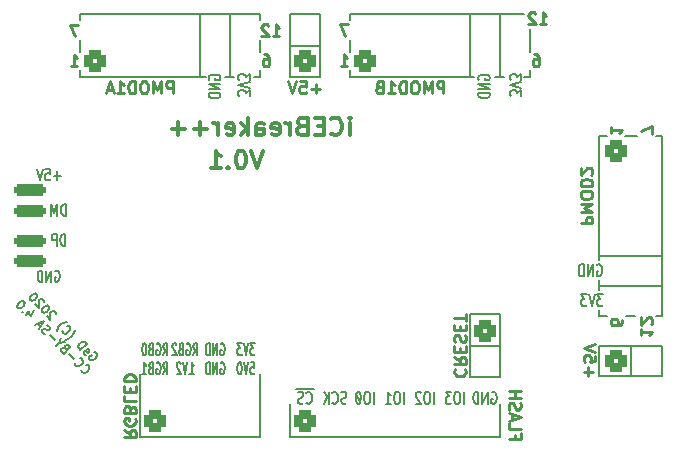
<source format=gbo>
G04 #@! TF.GenerationSoftware,KiCad,Pcbnew,(5.99.0-7519-ga8269b6380)*
G04 #@! TF.CreationDate,2020-12-12T14:20:42-08:00*
G04 #@! TF.ProjectId,icebreaker++,69636562-7265-4616-9b65-722b2b2e6b69,V0.1*
G04 #@! TF.SameCoordinates,PX1c9c380PY3ef1480*
G04 #@! TF.FileFunction,Legend,Bot*
G04 #@! TF.FilePolarity,Positive*
%FSLAX46Y46*%
G04 Gerber Fmt 4.6, Leading zero omitted, Abs format (unit mm)*
G04 Created by KiCad (PCBNEW (5.99.0-7519-ga8269b6380)) date 2020-12-12 14:20:42*
%MOMM*%
%LPD*%
G01*
G04 APERTURE LIST*
G04 Aperture macros list*
%AMRoundRect*
0 Rectangle with rounded corners*
0 $1 Rounding radius*
0 $2 $3 $4 $5 $6 $7 $8 $9 X,Y pos of 4 corners*
0 Add a 4 corners polygon primitive as box body*
4,1,4,$2,$3,$4,$5,$6,$7,$8,$9,$2,$3,0*
0 Add four circle primitives for the rounded corners*
1,1,$1+$1,$2,$3,0*
1,1,$1+$1,$4,$5,0*
1,1,$1+$1,$6,$7,0*
1,1,$1+$1,$8,$9,0*
0 Add four rect primitives between the rounded corners*
20,1,$1+$1,$2,$3,$4,$5,0*
20,1,$1+$1,$4,$5,$6,$7,0*
20,1,$1+$1,$6,$7,$8,$9,0*
20,1,$1+$1,$8,$9,$2,$3,0*%
G04 Aperture macros list end*
%ADD10C,0.200000*%
%ADD11C,0.250000*%
%ADD12C,0.300000*%
%ADD13C,0.187500*%
%ADD14C,0.150000*%
%ADD15C,0.175000*%
%ADD16RoundRect,0.365440X0.548160X-0.548160X0.548160X0.548160X-0.548160X0.548160X-0.548160X-0.548160X0*%
%ADD17O,1.827200X1.827200*%
%ADD18C,1.827200*%
%ADD19RoundRect,0.365440X0.548160X0.548160X-0.548160X0.548160X-0.548160X-0.548160X0.548160X-0.548160X0*%
%ADD20C,3.300000*%
%ADD21RoundRect,0.360000X0.540000X-0.540000X0.540000X0.540000X-0.540000X0.540000X-0.540000X-0.540000X0*%
%ADD22O,1.800000X1.800000*%
%ADD23RoundRect,0.360000X-0.540000X-0.540000X0.540000X-0.540000X0.540000X0.540000X-0.540000X0.540000X0*%
%ADD24RoundRect,0.360000X-0.540000X0.540000X-0.540000X-0.540000X0.540000X-0.540000X0.540000X0.540000X0*%
%ADD25C,0.750000*%
%ADD26O,1.700000X1.100000*%
%ADD27O,2.200000X1.100000*%
%ADD28RoundRect,0.275000X-1.100000X-0.275000X1.100000X-0.275000X1.100000X0.275000X-1.100000X0.275000X0*%
G04 APERTURE END LIST*
D10*
X6050000Y34248000D02*
X6050000Y33232000D01*
X28910000Y34248000D02*
X28910000Y33232000D01*
X39070000Y36407000D02*
X28910000Y36407000D01*
X28910000Y31708000D02*
X28910000Y31073000D01*
X39070000Y36407000D02*
X41610000Y36407000D01*
X39070000Y36407000D02*
X39070000Y31073000D01*
X41610000Y36407000D02*
X43642000Y36407000D01*
X28910000Y31073000D02*
X39451000Y31073000D01*
X44150000Y35137000D02*
X44150000Y33232000D01*
X41610000Y36407000D02*
X41610000Y31073000D01*
X43642000Y31073000D02*
X44150000Y31073000D01*
X28910000Y36407000D02*
X28910000Y35899000D01*
X23830000Y31073000D02*
X26370000Y31073000D01*
X23829999Y36407000D02*
X23830000Y31073000D01*
X26370000Y36407000D02*
X26370000Y31073000D01*
X23829999Y36407000D02*
X26370000Y36407000D01*
X50023000Y8340000D02*
X55357000Y8340000D01*
X50023000Y5799999D02*
X55357000Y5800000D01*
X50023000Y5799999D02*
X50023000Y8340000D01*
X55357000Y5800000D02*
X55357000Y8340000D01*
X55357000Y15960000D02*
X55357000Y26120000D01*
X55357000Y26120000D02*
X54849000Y26120000D01*
X50658000Y26120000D02*
X50023000Y26120000D01*
X55357000Y15960000D02*
X50023000Y15960000D01*
X53198000Y26120000D02*
X52182000Y26120000D01*
X55357000Y15960000D02*
X55357000Y13420000D01*
X50023000Y26120000D02*
X50023000Y15579000D01*
X55357000Y13420000D02*
X50023000Y13420000D01*
X55357000Y13420000D02*
X55357000Y10880000D01*
X50023000Y11388000D02*
X50023000Y10880000D01*
X41610001Y5673000D02*
X39070000Y5673000D01*
X41610001Y5673000D02*
X41610000Y11007000D01*
X39070000Y8340000D02*
X41610000Y8340000D01*
X39070000Y5673000D02*
X39069999Y11007000D01*
X41610000Y11007000D02*
X39069999Y11007000D01*
X21290000Y5927000D02*
X21290000Y593000D01*
X11130000Y593000D02*
X21290000Y593000D01*
X41610000Y593000D02*
X41610000Y3387000D01*
X23830000Y592999D02*
X23830000Y3387000D01*
X41610000Y593000D02*
X23830000Y592999D01*
X50023000Y13928000D02*
X50023000Y13039000D01*
X18750000Y36407000D02*
X21290000Y36407000D01*
X21290000Y36407000D02*
X21290000Y35899000D01*
X11130000Y593000D02*
X11130000Y5927000D01*
X52309000Y10880000D02*
X53071000Y10880000D01*
X16210000Y36407000D02*
X16210000Y31073000D01*
X21290000Y34248000D02*
X21290000Y33232000D01*
X18369000Y31073000D02*
X19131000Y31073000D01*
X16210000Y36407000D02*
X6050000Y36407000D01*
X20782000Y31073000D02*
X21290000Y31073000D01*
X6050000Y36407000D02*
X6050000Y35899000D01*
X6050000Y31073000D02*
X16718000Y31073000D01*
X55357000Y10880000D02*
X54849000Y10880000D01*
X16210000Y36407000D02*
X18750000Y36407000D01*
X23830000Y33740000D02*
X26370000Y33740000D01*
X21290000Y31073000D02*
X21290000Y31708000D01*
X6050000Y31708000D02*
X6050000Y31073000D01*
X50023000Y10880000D02*
X50658000Y10880000D01*
X41229000Y31073000D02*
X41991000Y31073000D01*
X29800000Y3700000D02*
X29450000Y4200000D01*
X52690000Y8340000D02*
X52690000Y5800000D01*
X44150000Y31073000D02*
X44150000Y31708000D01*
X18750000Y36407000D02*
X18750000Y31073000D01*
D11*
X13891904Y29731620D02*
X13891904Y30731620D01*
X13510952Y30731620D01*
X13415714Y30684000D01*
X13368095Y30636381D01*
X13320476Y30541143D01*
X13320476Y30398286D01*
X13368095Y30303048D01*
X13415714Y30255429D01*
X13510952Y30207810D01*
X13891904Y30207810D01*
X12891904Y29731620D02*
X12891904Y30731620D01*
X12558571Y30017334D01*
X12225238Y30731620D01*
X12225238Y29731620D01*
X11558571Y30731620D02*
X11368095Y30731620D01*
X11272857Y30684000D01*
X11177619Y30588762D01*
X11130000Y30398286D01*
X11130000Y30064953D01*
X11177619Y29874477D01*
X11272857Y29779239D01*
X11368095Y29731620D01*
X11558571Y29731620D01*
X11653809Y29779239D01*
X11749047Y29874477D01*
X11796666Y30064953D01*
X11796666Y30398286D01*
X11749047Y30588762D01*
X11653809Y30684000D01*
X11558571Y30731620D01*
X10701428Y29731620D02*
X10701428Y30731620D01*
X10463333Y30731620D01*
X10320476Y30684000D01*
X10225238Y30588762D01*
X10177619Y30493524D01*
X10130000Y30303048D01*
X10130000Y30160191D01*
X10177619Y29969715D01*
X10225238Y29874477D01*
X10320476Y29779239D01*
X10463333Y29731620D01*
X10701428Y29731620D01*
X9177619Y29731620D02*
X9749047Y29731620D01*
X9463333Y29731620D02*
X9463333Y30731620D01*
X9558571Y30588762D01*
X9653809Y30493524D01*
X9749047Y30445905D01*
X8796666Y30017334D02*
X8320476Y30017334D01*
X8891904Y29731620D02*
X8558571Y30731620D01*
X8225238Y29731620D01*
X36823333Y29731620D02*
X36823333Y30731620D01*
X36442380Y30731620D01*
X36347142Y30684000D01*
X36299523Y30636381D01*
X36251904Y30541143D01*
X36251904Y30398286D01*
X36299523Y30303048D01*
X36347142Y30255429D01*
X36442380Y30207810D01*
X36823333Y30207810D01*
X35823333Y29731620D02*
X35823333Y30731620D01*
X35490000Y30017334D01*
X35156666Y30731620D01*
X35156666Y29731620D01*
X34490000Y30731620D02*
X34299523Y30731620D01*
X34204285Y30684000D01*
X34109047Y30588762D01*
X34061428Y30398286D01*
X34061428Y30064953D01*
X34109047Y29874477D01*
X34204285Y29779239D01*
X34299523Y29731620D01*
X34490000Y29731620D01*
X34585238Y29779239D01*
X34680476Y29874477D01*
X34728095Y30064953D01*
X34728095Y30398286D01*
X34680476Y30588762D01*
X34585238Y30684000D01*
X34490000Y30731620D01*
X33632857Y29731620D02*
X33632857Y30731620D01*
X33394761Y30731620D01*
X33251904Y30684000D01*
X33156666Y30588762D01*
X33109047Y30493524D01*
X33061428Y30303048D01*
X33061428Y30160191D01*
X33109047Y29969715D01*
X33156666Y29874477D01*
X33251904Y29779239D01*
X33394761Y29731620D01*
X33632857Y29731620D01*
X32109047Y29731620D02*
X32680476Y29731620D01*
X32394761Y29731620D02*
X32394761Y30731620D01*
X32490000Y30588762D01*
X32585238Y30493524D01*
X32680476Y30445905D01*
X31347142Y30255429D02*
X31204285Y30207810D01*
X31156666Y30160191D01*
X31109047Y30064953D01*
X31109047Y29922096D01*
X31156666Y29826858D01*
X31204285Y29779239D01*
X31299523Y29731620D01*
X31680476Y29731620D01*
X31680476Y30731620D01*
X31347142Y30731620D01*
X31251904Y30684000D01*
X31204285Y30636381D01*
X31156666Y30541143D01*
X31156666Y30445905D01*
X31204285Y30350667D01*
X31251904Y30303048D01*
X31347142Y30255429D01*
X31680476Y30255429D01*
X48427619Y18706667D02*
X49427619Y18706667D01*
X49427619Y19087620D01*
X49380000Y19182858D01*
X49332380Y19230477D01*
X49237142Y19278096D01*
X49094285Y19278096D01*
X48999047Y19230477D01*
X48951428Y19182858D01*
X48903809Y19087620D01*
X48903809Y18706667D01*
X48427619Y19706667D02*
X49427619Y19706667D01*
X48713333Y20040000D01*
X49427619Y20373334D01*
X48427619Y20373334D01*
X49427619Y21040000D02*
X49427619Y21230477D01*
X49380000Y21325715D01*
X49284761Y21420953D01*
X49094285Y21468572D01*
X48760952Y21468572D01*
X48570476Y21420953D01*
X48475238Y21325715D01*
X48427619Y21230477D01*
X48427619Y21040000D01*
X48475238Y20944762D01*
X48570476Y20849524D01*
X48760952Y20801905D01*
X49094285Y20801905D01*
X49284761Y20849524D01*
X49380000Y20944762D01*
X49427619Y21040000D01*
X48427619Y21897143D02*
X49427619Y21897143D01*
X49427619Y22135239D01*
X49380000Y22278096D01*
X49284761Y22373334D01*
X49189523Y22420953D01*
X48999047Y22468572D01*
X48856190Y22468572D01*
X48665714Y22420953D01*
X48570476Y22373334D01*
X48475238Y22278096D01*
X48427619Y22135239D01*
X48427619Y21897143D01*
X49332380Y22849524D02*
X49380000Y22897143D01*
X49427619Y22992381D01*
X49427619Y23230477D01*
X49380000Y23325715D01*
X49332380Y23373334D01*
X49237142Y23420953D01*
X49141904Y23420953D01*
X48999047Y23373334D01*
X48427619Y22801905D01*
X48427619Y23420953D01*
X9788619Y1212381D02*
X10264809Y879048D01*
X9788619Y640953D02*
X10788619Y640953D01*
X10788619Y1021905D01*
X10741000Y1117143D01*
X10693380Y1164762D01*
X10598142Y1212381D01*
X10455285Y1212381D01*
X10360047Y1164762D01*
X10312428Y1117143D01*
X10264809Y1021905D01*
X10264809Y640953D01*
X10741000Y2164762D02*
X10788619Y2069524D01*
X10788619Y1926667D01*
X10741000Y1783810D01*
X10645761Y1688572D01*
X10550523Y1640953D01*
X10360047Y1593334D01*
X10217190Y1593334D01*
X10026714Y1640953D01*
X9931476Y1688572D01*
X9836238Y1783810D01*
X9788619Y1926667D01*
X9788619Y2021905D01*
X9836238Y2164762D01*
X9883857Y2212381D01*
X10217190Y2212381D01*
X10217190Y2021905D01*
X10312428Y2974286D02*
X10264809Y3117143D01*
X10217190Y3164762D01*
X10121952Y3212381D01*
X9979095Y3212381D01*
X9883857Y3164762D01*
X9836238Y3117143D01*
X9788619Y3021905D01*
X9788619Y2640953D01*
X10788619Y2640953D01*
X10788619Y2974286D01*
X10741000Y3069524D01*
X10693380Y3117143D01*
X10598142Y3164762D01*
X10502904Y3164762D01*
X10407666Y3117143D01*
X10360047Y3069524D01*
X10312428Y2974286D01*
X10312428Y2640953D01*
X9788619Y4117143D02*
X9788619Y3640953D01*
X10788619Y3640953D01*
X10312428Y4450477D02*
X10312428Y4783810D01*
X9788619Y4926667D02*
X9788619Y4450477D01*
X10788619Y4450477D01*
X10788619Y4926667D01*
X9788619Y5355239D02*
X10788619Y5355239D01*
X10788619Y5593334D01*
X10741000Y5736191D01*
X10645761Y5831429D01*
X10550523Y5879048D01*
X10360047Y5926667D01*
X10217190Y5926667D01*
X10026714Y5879048D01*
X9931476Y5831429D01*
X9836238Y5736191D01*
X9788619Y5593334D01*
X9788619Y5355239D01*
X42871428Y809524D02*
X42871428Y476191D01*
X42347619Y476191D02*
X43347619Y476191D01*
X43347619Y952381D01*
X42347619Y1809524D02*
X42347619Y1333334D01*
X43347619Y1333334D01*
X42633333Y2095239D02*
X42633333Y2571429D01*
X42347619Y2000000D02*
X43347619Y2333334D01*
X42347619Y2666667D01*
X42395238Y2952381D02*
X42347619Y3095239D01*
X42347619Y3333334D01*
X42395238Y3428572D01*
X42442857Y3476191D01*
X42538095Y3523810D01*
X42633333Y3523810D01*
X42728571Y3476191D01*
X42776190Y3428572D01*
X42823809Y3333334D01*
X42871428Y3142858D01*
X42919047Y3047620D01*
X42966666Y3000000D01*
X43061904Y2952381D01*
X43157142Y2952381D01*
X43252380Y3000000D01*
X43300000Y3047620D01*
X43347619Y3142858D01*
X43347619Y3380953D01*
X43300000Y3523810D01*
X42347619Y3952381D02*
X43347619Y3952381D01*
X42871428Y3952381D02*
X42871428Y4523810D01*
X42347619Y4523810D02*
X43347619Y4523810D01*
X49062571Y5784286D02*
X49062571Y6546191D01*
X48681619Y6165239D02*
X49443523Y6165239D01*
X49681619Y7498572D02*
X49681619Y7022381D01*
X49205428Y6974762D01*
X49253047Y7022381D01*
X49300666Y7117620D01*
X49300666Y7355715D01*
X49253047Y7450953D01*
X49205428Y7498572D01*
X49110190Y7546191D01*
X48872095Y7546191D01*
X48776857Y7498572D01*
X48729238Y7450953D01*
X48681619Y7355715D01*
X48681619Y7117620D01*
X48729238Y7022381D01*
X48776857Y6974762D01*
X49681619Y7831905D02*
X48681619Y8165239D01*
X49681619Y8498572D01*
X26385714Y30112572D02*
X25623809Y30112572D01*
X26004761Y29731620D02*
X26004761Y30493524D01*
X24671428Y30731620D02*
X25147619Y30731620D01*
X25195238Y30255429D01*
X25147619Y30303048D01*
X25052380Y30350667D01*
X24814285Y30350667D01*
X24719047Y30303048D01*
X24671428Y30255429D01*
X24623809Y30160191D01*
X24623809Y29922096D01*
X24671428Y29826858D01*
X24719047Y29779239D01*
X24814285Y29731620D01*
X25052380Y29731620D01*
X25147619Y29779239D01*
X25195238Y29826858D01*
X24338095Y30731620D02*
X24004761Y29731620D01*
X23671428Y30731620D01*
D12*
X28885714Y26171429D02*
X28885714Y27171429D01*
X28885714Y27671429D02*
X28957142Y27600000D01*
X28885714Y27528572D01*
X28814285Y27600000D01*
X28885714Y27671429D01*
X28885714Y27528572D01*
X27314285Y26314286D02*
X27385714Y26242858D01*
X27600000Y26171429D01*
X27742857Y26171429D01*
X27957142Y26242858D01*
X28100000Y26385715D01*
X28171428Y26528572D01*
X28242857Y26814286D01*
X28242857Y27028572D01*
X28171428Y27314286D01*
X28100000Y27457143D01*
X27957142Y27600000D01*
X27742857Y27671429D01*
X27600000Y27671429D01*
X27385714Y27600000D01*
X27314285Y27528572D01*
X26671428Y26957143D02*
X26171428Y26957143D01*
X25957142Y26171429D02*
X26671428Y26171429D01*
X26671428Y27671429D01*
X25957142Y27671429D01*
X24814285Y26957143D02*
X24600000Y26885715D01*
X24528571Y26814286D01*
X24457142Y26671429D01*
X24457142Y26457143D01*
X24528571Y26314286D01*
X24600000Y26242858D01*
X24742857Y26171429D01*
X25314285Y26171429D01*
X25314285Y27671429D01*
X24814285Y27671429D01*
X24671428Y27600000D01*
X24600000Y27528572D01*
X24528571Y27385715D01*
X24528571Y27242858D01*
X24600000Y27100000D01*
X24671428Y27028572D01*
X24814285Y26957143D01*
X25314285Y26957143D01*
X23814285Y26171429D02*
X23814285Y27171429D01*
X23814285Y26885715D02*
X23742857Y27028572D01*
X23671428Y27100000D01*
X23528571Y27171429D01*
X23385714Y27171429D01*
X22314285Y26242858D02*
X22457142Y26171429D01*
X22742857Y26171429D01*
X22885714Y26242858D01*
X22957142Y26385715D01*
X22957142Y26957143D01*
X22885714Y27100000D01*
X22742857Y27171429D01*
X22457142Y27171429D01*
X22314285Y27100000D01*
X22242857Y26957143D01*
X22242857Y26814286D01*
X22957142Y26671429D01*
X20957142Y26171429D02*
X20957142Y26957143D01*
X21028571Y27100000D01*
X21171428Y27171429D01*
X21457142Y27171429D01*
X21600000Y27100000D01*
X20957142Y26242858D02*
X21100000Y26171429D01*
X21457142Y26171429D01*
X21600000Y26242858D01*
X21671428Y26385715D01*
X21671428Y26528572D01*
X21600000Y26671429D01*
X21457142Y26742858D01*
X21100000Y26742858D01*
X20957142Y26814286D01*
X20242857Y26171429D02*
X20242857Y27671429D01*
X20100000Y26742858D02*
X19671428Y26171429D01*
X19671428Y27171429D02*
X20242857Y26600000D01*
X18457142Y26242858D02*
X18600000Y26171429D01*
X18885714Y26171429D01*
X19028571Y26242858D01*
X19100000Y26385715D01*
X19100000Y26957143D01*
X19028571Y27100000D01*
X18885714Y27171429D01*
X18600000Y27171429D01*
X18457142Y27100000D01*
X18385714Y26957143D01*
X18385714Y26814286D01*
X19100000Y26671429D01*
X17742857Y26171429D02*
X17742857Y27171429D01*
X17742857Y26885715D02*
X17671428Y27028572D01*
X17600000Y27100000D01*
X17457142Y27171429D01*
X17314285Y27171429D01*
X16814285Y26742858D02*
X15671428Y26742858D01*
X16242857Y26171429D02*
X16242857Y27314286D01*
X14957142Y26742858D02*
X13814285Y26742858D01*
X14385714Y26171429D02*
X14385714Y27314286D01*
X21535714Y24871429D02*
X21035714Y23371429D01*
X20535714Y24871429D01*
X19750000Y24871429D02*
X19607142Y24871429D01*
X19464285Y24800000D01*
X19392857Y24728572D01*
X19321428Y24585715D01*
X19250000Y24300000D01*
X19250000Y23942858D01*
X19321428Y23657143D01*
X19392857Y23514286D01*
X19464285Y23442858D01*
X19607142Y23371429D01*
X19750000Y23371429D01*
X19892857Y23442858D01*
X19964285Y23514286D01*
X20035714Y23657143D01*
X20107142Y23942858D01*
X20107142Y24300000D01*
X20035714Y24585715D01*
X19964285Y24728572D01*
X19892857Y24800000D01*
X19750000Y24871429D01*
X18607142Y23514286D02*
X18535714Y23442858D01*
X18607142Y23371429D01*
X18678571Y23442858D01*
X18607142Y23514286D01*
X18607142Y23371429D01*
X17107142Y23371429D02*
X17964285Y23371429D01*
X17535714Y23371429D02*
X17535714Y24871429D01*
X17678571Y24657143D01*
X17821428Y24514286D01*
X17964285Y24442858D01*
D13*
X40911428Y4395000D02*
X40982857Y4442620D01*
X41090000Y4442620D01*
X41197142Y4395000D01*
X41268571Y4299762D01*
X41304285Y4204524D01*
X41340000Y4014048D01*
X41340000Y3871191D01*
X41304285Y3680715D01*
X41268571Y3585477D01*
X41197142Y3490239D01*
X41090000Y3442620D01*
X41018571Y3442620D01*
X40911428Y3490239D01*
X40875714Y3537858D01*
X40875714Y3871191D01*
X41018571Y3871191D01*
X40554285Y3442620D02*
X40554285Y4442620D01*
X40125714Y3442620D01*
X40125714Y4442620D01*
X39768571Y3442620D02*
X39768571Y4442620D01*
X39590000Y4442620D01*
X39482857Y4395000D01*
X39411428Y4299762D01*
X39375714Y4204524D01*
X39340000Y4014048D01*
X39340000Y3871191D01*
X39375714Y3680715D01*
X39411428Y3585477D01*
X39482857Y3490239D01*
X39590000Y3442620D01*
X39768571Y3442620D01*
X38550000Y3442620D02*
X38550000Y4442620D01*
X38050000Y4442620D02*
X37907142Y4442620D01*
X37835714Y4395000D01*
X37764285Y4299762D01*
X37728571Y4109286D01*
X37728571Y3775953D01*
X37764285Y3585477D01*
X37835714Y3490239D01*
X37907142Y3442620D01*
X38050000Y3442620D01*
X38121428Y3490239D01*
X38192857Y3585477D01*
X38228571Y3775953D01*
X38228571Y4109286D01*
X38192857Y4299762D01*
X38121428Y4395000D01*
X38050000Y4442620D01*
X37478571Y4442620D02*
X37014285Y4442620D01*
X37264285Y4061667D01*
X37157142Y4061667D01*
X37085714Y4014048D01*
X37050000Y3966429D01*
X37014285Y3871191D01*
X37014285Y3633096D01*
X37050000Y3537858D01*
X37085714Y3490239D01*
X37157142Y3442620D01*
X37371428Y3442620D01*
X37442857Y3490239D01*
X37478571Y3537858D01*
X36010000Y3442620D02*
X36010000Y4442620D01*
X35510000Y4442620D02*
X35367142Y4442620D01*
X35295714Y4395000D01*
X35224285Y4299762D01*
X35188571Y4109286D01*
X35188571Y3775953D01*
X35224285Y3585477D01*
X35295714Y3490239D01*
X35367142Y3442620D01*
X35510000Y3442620D01*
X35581428Y3490239D01*
X35652857Y3585477D01*
X35688571Y3775953D01*
X35688571Y4109286D01*
X35652857Y4299762D01*
X35581428Y4395000D01*
X35510000Y4442620D01*
X34902857Y4347381D02*
X34867142Y4395000D01*
X34795714Y4442620D01*
X34617142Y4442620D01*
X34545714Y4395000D01*
X34510000Y4347381D01*
X34474285Y4252143D01*
X34474285Y4156905D01*
X34510000Y4014048D01*
X34938571Y3442620D01*
X34474285Y3442620D01*
X33470000Y3442620D02*
X33470000Y4442620D01*
X32970000Y4442620D02*
X32827142Y4442620D01*
X32755714Y4395000D01*
X32684285Y4299762D01*
X32648571Y4109286D01*
X32648571Y3775953D01*
X32684285Y3585477D01*
X32755714Y3490239D01*
X32827142Y3442620D01*
X32970000Y3442620D01*
X33041428Y3490239D01*
X33112857Y3585477D01*
X33148571Y3775953D01*
X33148571Y4109286D01*
X33112857Y4299762D01*
X33041428Y4395000D01*
X32970000Y4442620D01*
X31934285Y3442620D02*
X32362857Y3442620D01*
X32148571Y3442620D02*
X32148571Y4442620D01*
X32220000Y4299762D01*
X32291428Y4204524D01*
X32362857Y4156905D01*
X30930000Y3442620D02*
X30930000Y4442620D01*
X30430000Y4442620D02*
X30287142Y4442620D01*
X30215714Y4395000D01*
X30144285Y4299762D01*
X30108571Y4109286D01*
X30108571Y3775953D01*
X30144285Y3585477D01*
X30215714Y3490239D01*
X30287142Y3442620D01*
X30430000Y3442620D01*
X30501428Y3490239D01*
X30572857Y3585477D01*
X30608571Y3775953D01*
X30608571Y4109286D01*
X30572857Y4299762D01*
X30501428Y4395000D01*
X30430000Y4442620D01*
X29644285Y4442620D02*
X29572857Y4442620D01*
X29501428Y4395000D01*
X29465714Y4347381D01*
X29430000Y4252143D01*
X29394285Y4061667D01*
X29394285Y3823572D01*
X29430000Y3633096D01*
X29465714Y3537858D01*
X29501428Y3490239D01*
X29572857Y3442620D01*
X29644285Y3442620D01*
X29715714Y3490239D01*
X29751428Y3537858D01*
X29787142Y3633096D01*
X29822857Y3823572D01*
X29822857Y4061667D01*
X29787142Y4252143D01*
X29751428Y4347381D01*
X29715714Y4395000D01*
X29644285Y4442620D01*
X28604285Y3490239D02*
X28497142Y3442620D01*
X28318571Y3442620D01*
X28247142Y3490239D01*
X28211428Y3537858D01*
X28175714Y3633096D01*
X28175714Y3728334D01*
X28211428Y3823572D01*
X28247142Y3871191D01*
X28318571Y3918810D01*
X28461428Y3966429D01*
X28532857Y4014048D01*
X28568571Y4061667D01*
X28604285Y4156905D01*
X28604285Y4252143D01*
X28568571Y4347381D01*
X28532857Y4395000D01*
X28461428Y4442620D01*
X28282857Y4442620D01*
X28175714Y4395000D01*
X27425714Y3537858D02*
X27461428Y3490239D01*
X27568571Y3442620D01*
X27640000Y3442620D01*
X27747142Y3490239D01*
X27818571Y3585477D01*
X27854285Y3680715D01*
X27890000Y3871191D01*
X27890000Y4014048D01*
X27854285Y4204524D01*
X27818571Y4299762D01*
X27747142Y4395000D01*
X27640000Y4442620D01*
X27568571Y4442620D01*
X27461428Y4395000D01*
X27425714Y4347381D01*
X27104285Y3442620D02*
X27104285Y4442620D01*
X26675714Y3442620D02*
X26997142Y4014048D01*
X26675714Y4442620D02*
X27104285Y3871191D01*
X25832142Y4725000D02*
X25082142Y4725000D01*
X25225000Y3537858D02*
X25260714Y3490239D01*
X25367857Y3442620D01*
X25439285Y3442620D01*
X25546428Y3490239D01*
X25617857Y3585477D01*
X25653571Y3680715D01*
X25689285Y3871191D01*
X25689285Y4014048D01*
X25653571Y4204524D01*
X25617857Y4299762D01*
X25546428Y4395000D01*
X25439285Y4442620D01*
X25367857Y4442620D01*
X25260714Y4395000D01*
X25225000Y4347381D01*
X25082142Y4725000D02*
X24367857Y4725000D01*
X24939285Y3490239D02*
X24832142Y3442620D01*
X24653571Y3442620D01*
X24582142Y3490239D01*
X24546428Y3537858D01*
X24510714Y3633096D01*
X24510714Y3728334D01*
X24546428Y3823572D01*
X24582142Y3871191D01*
X24653571Y3918810D01*
X24796428Y3966429D01*
X24867857Y4014048D01*
X24903571Y4061667D01*
X24939285Y4156905D01*
X24939285Y4252143D01*
X24903571Y4347381D01*
X24867857Y4395000D01*
X24796428Y4442620D01*
X24617857Y4442620D01*
X24510714Y4395000D01*
D14*
X20842857Y8552620D02*
X20471428Y8552620D01*
X20671428Y8171667D01*
X20585714Y8171667D01*
X20528571Y8124048D01*
X20500000Y8076429D01*
X20471428Y7981191D01*
X20471428Y7743096D01*
X20500000Y7647858D01*
X20528571Y7600239D01*
X20585714Y7552620D01*
X20757142Y7552620D01*
X20814285Y7600239D01*
X20842857Y7647858D01*
X20300000Y8552620D02*
X20100000Y7552620D01*
X19900000Y8552620D01*
X19757142Y8552620D02*
X19385714Y8552620D01*
X19585714Y8171667D01*
X19500000Y8171667D01*
X19442857Y8124048D01*
X19414285Y8076429D01*
X19385714Y7981191D01*
X19385714Y7743096D01*
X19414285Y7647858D01*
X19442857Y7600239D01*
X19500000Y7552620D01*
X19671428Y7552620D01*
X19728571Y7600239D01*
X19757142Y7647858D01*
X20500000Y6942620D02*
X20785714Y6942620D01*
X20814285Y6466429D01*
X20785714Y6514048D01*
X20728571Y6561667D01*
X20585714Y6561667D01*
X20528571Y6514048D01*
X20500000Y6466429D01*
X20471428Y6371191D01*
X20471428Y6133096D01*
X20500000Y6037858D01*
X20528571Y5990239D01*
X20585714Y5942620D01*
X20728571Y5942620D01*
X20785714Y5990239D01*
X20814285Y6037858D01*
X20300000Y6942620D02*
X20100000Y5942620D01*
X19900000Y6942620D01*
X19585714Y6942620D02*
X19528571Y6942620D01*
X19471428Y6895000D01*
X19442857Y6847381D01*
X19414285Y6752143D01*
X19385714Y6561667D01*
X19385714Y6323572D01*
X19414285Y6133096D01*
X19442857Y6037858D01*
X19471428Y5990239D01*
X19528571Y5942620D01*
X19585714Y5942620D01*
X19642857Y5990239D01*
X19671428Y6037858D01*
X19700000Y6133096D01*
X19728571Y6323572D01*
X19728571Y6561667D01*
X19700000Y6752143D01*
X19671428Y6847381D01*
X19642857Y6895000D01*
X19585714Y6942620D01*
X17957142Y8505000D02*
X18014285Y8552620D01*
X18100000Y8552620D01*
X18185714Y8505000D01*
X18242857Y8409762D01*
X18271428Y8314524D01*
X18300000Y8124048D01*
X18300000Y7981191D01*
X18271428Y7790715D01*
X18242857Y7695477D01*
X18185714Y7600239D01*
X18100000Y7552620D01*
X18042857Y7552620D01*
X17957142Y7600239D01*
X17928571Y7647858D01*
X17928571Y7981191D01*
X18042857Y7981191D01*
X17671428Y7552620D02*
X17671428Y8552620D01*
X17328571Y7552620D01*
X17328571Y8552620D01*
X17042857Y7552620D02*
X17042857Y8552620D01*
X16900000Y8552620D01*
X16814285Y8505000D01*
X16757142Y8409762D01*
X16728571Y8314524D01*
X16700000Y8124048D01*
X16700000Y7981191D01*
X16728571Y7790715D01*
X16757142Y7695477D01*
X16814285Y7600239D01*
X16900000Y7552620D01*
X17042857Y7552620D01*
X17957142Y6895000D02*
X18014285Y6942620D01*
X18100000Y6942620D01*
X18185714Y6895000D01*
X18242857Y6799762D01*
X18271428Y6704524D01*
X18300000Y6514048D01*
X18300000Y6371191D01*
X18271428Y6180715D01*
X18242857Y6085477D01*
X18185714Y5990239D01*
X18100000Y5942620D01*
X18042857Y5942620D01*
X17957142Y5990239D01*
X17928571Y6037858D01*
X17928571Y6371191D01*
X18042857Y6371191D01*
X17671428Y5942620D02*
X17671428Y6942620D01*
X17328571Y5942620D01*
X17328571Y6942620D01*
X17042857Y5942620D02*
X17042857Y6942620D01*
X16900000Y6942620D01*
X16814285Y6895000D01*
X16757142Y6799762D01*
X16728571Y6704524D01*
X16700000Y6514048D01*
X16700000Y6371191D01*
X16728571Y6180715D01*
X16757142Y6085477D01*
X16814285Y5990239D01*
X16900000Y5942620D01*
X17042857Y5942620D01*
X15650000Y7552620D02*
X15850000Y8028810D01*
X15992857Y7552620D02*
X15992857Y8552620D01*
X15764285Y8552620D01*
X15707142Y8505000D01*
X15678571Y8457381D01*
X15650000Y8362143D01*
X15650000Y8219286D01*
X15678571Y8124048D01*
X15707142Y8076429D01*
X15764285Y8028810D01*
X15992857Y8028810D01*
X15078571Y8505000D02*
X15135714Y8552620D01*
X15221428Y8552620D01*
X15307142Y8505000D01*
X15364285Y8409762D01*
X15392857Y8314524D01*
X15421428Y8124048D01*
X15421428Y7981191D01*
X15392857Y7790715D01*
X15364285Y7695477D01*
X15307142Y7600239D01*
X15221428Y7552620D01*
X15164285Y7552620D01*
X15078571Y7600239D01*
X15050000Y7647858D01*
X15050000Y7981191D01*
X15164285Y7981191D01*
X14592857Y8076429D02*
X14507142Y8028810D01*
X14478571Y7981191D01*
X14450000Y7885953D01*
X14450000Y7743096D01*
X14478571Y7647858D01*
X14507142Y7600239D01*
X14564285Y7552620D01*
X14792857Y7552620D01*
X14792857Y8552620D01*
X14592857Y8552620D01*
X14535714Y8505000D01*
X14507142Y8457381D01*
X14478571Y8362143D01*
X14478571Y8266905D01*
X14507142Y8171667D01*
X14535714Y8124048D01*
X14592857Y8076429D01*
X14792857Y8076429D01*
X14221428Y8457381D02*
X14192857Y8505000D01*
X14135714Y8552620D01*
X13992857Y8552620D01*
X13935714Y8505000D01*
X13907142Y8457381D01*
X13878571Y8362143D01*
X13878571Y8266905D01*
X13907142Y8124048D01*
X14250000Y7552620D01*
X13878571Y7552620D01*
X15321428Y5942620D02*
X15664285Y5942620D01*
X15492857Y5942620D02*
X15492857Y6942620D01*
X15550000Y6799762D01*
X15607142Y6704524D01*
X15664285Y6656905D01*
X15150000Y6942620D02*
X14950000Y5942620D01*
X14750000Y6942620D01*
X14578571Y6847381D02*
X14550000Y6895000D01*
X14492857Y6942620D01*
X14350000Y6942620D01*
X14292857Y6895000D01*
X14264285Y6847381D01*
X14235714Y6752143D01*
X14235714Y6656905D01*
X14264285Y6514048D01*
X14607142Y5942620D01*
X14235714Y5942620D01*
D13*
X4414285Y22728572D02*
X3842857Y22728572D01*
X4128571Y22347620D02*
X4128571Y23109524D01*
X3128571Y23347620D02*
X3485714Y23347620D01*
X3521428Y22871429D01*
X3485714Y22919048D01*
X3414285Y22966667D01*
X3235714Y22966667D01*
X3164285Y22919048D01*
X3128571Y22871429D01*
X3092857Y22776191D01*
X3092857Y22538096D01*
X3128571Y22442858D01*
X3164285Y22395239D01*
X3235714Y22347620D01*
X3414285Y22347620D01*
X3485714Y22395239D01*
X3521428Y22442858D01*
X2878571Y23347620D02*
X2628571Y22347620D01*
X2378571Y23347620D01*
X4875000Y19347620D02*
X4875000Y20347620D01*
X4696428Y20347620D01*
X4589285Y20300000D01*
X4517857Y20204762D01*
X4482142Y20109524D01*
X4446428Y19919048D01*
X4446428Y19776191D01*
X4482142Y19585715D01*
X4517857Y19490477D01*
X4589285Y19395239D01*
X4696428Y19347620D01*
X4875000Y19347620D01*
X4125000Y19347620D02*
X4125000Y20347620D01*
X3875000Y19633334D01*
X3625000Y20347620D01*
X3625000Y19347620D01*
X4821428Y16797620D02*
X4821428Y17797620D01*
X4642857Y17797620D01*
X4535714Y17750000D01*
X4464285Y17654762D01*
X4428571Y17559524D01*
X4392857Y17369048D01*
X4392857Y17226191D01*
X4428571Y17035715D01*
X4464285Y16940477D01*
X4535714Y16845239D01*
X4642857Y16797620D01*
X4821428Y16797620D01*
X4071428Y16797620D02*
X4071428Y17797620D01*
X3785714Y17797620D01*
X3714285Y17750000D01*
X3678571Y17702381D01*
X3642857Y17607143D01*
X3642857Y17464286D01*
X3678571Y17369048D01*
X3714285Y17321429D01*
X3785714Y17273810D01*
X4071428Y17273810D01*
D15*
X3933333Y14650000D02*
X4000000Y14692858D01*
X4100000Y14692858D01*
X4200000Y14650000D01*
X4266666Y14564286D01*
X4300000Y14478572D01*
X4333333Y14307143D01*
X4333333Y14178572D01*
X4300000Y14007143D01*
X4266666Y13921429D01*
X4200000Y13835715D01*
X4100000Y13792858D01*
X4033333Y13792858D01*
X3933333Y13835715D01*
X3900000Y13878572D01*
X3900000Y14178572D01*
X4033333Y14178572D01*
X3600000Y13792858D02*
X3600000Y14692858D01*
X3200000Y13792858D01*
X3200000Y14692858D01*
X2866666Y13792858D02*
X2866666Y14692858D01*
X2700000Y14692858D01*
X2600000Y14650000D01*
X2533333Y14564286D01*
X2500000Y14478572D01*
X2466666Y14307143D01*
X2466666Y14178572D01*
X2500000Y14007143D01*
X2533333Y13921429D01*
X2600000Y13835715D01*
X2700000Y13792858D01*
X2866666Y13792858D01*
D11*
X5264285Y31997620D02*
X5835714Y31997620D01*
X5550000Y31997620D02*
X5550000Y32997620D01*
X5645238Y32854762D01*
X5740476Y32759524D01*
X5835714Y32711905D01*
X21607523Y33017620D02*
X21798000Y33017620D01*
X21893238Y32970000D01*
X21940857Y32922381D01*
X22036095Y32779524D01*
X22083714Y32589048D01*
X22083714Y32208096D01*
X22036095Y32112858D01*
X21988476Y32065239D01*
X21893238Y32017620D01*
X21702761Y32017620D01*
X21607523Y32065239D01*
X21559904Y32112858D01*
X21512285Y32208096D01*
X21512285Y32446191D01*
X21559904Y32541429D01*
X21607523Y32589048D01*
X21702761Y32636667D01*
X21893238Y32636667D01*
X21988476Y32589048D01*
X22036095Y32541429D01*
X22083714Y32446191D01*
X5883333Y35547620D02*
X5216666Y35547620D01*
X5645238Y34547620D01*
X44467523Y33017620D02*
X44658000Y33017620D01*
X44753238Y32970000D01*
X44800857Y32922381D01*
X44896095Y32779524D01*
X44943714Y32589048D01*
X44943714Y32208096D01*
X44896095Y32112858D01*
X44848476Y32065239D01*
X44753238Y32017620D01*
X44562761Y32017620D01*
X44467523Y32065239D01*
X44419904Y32112858D01*
X44372285Y32208096D01*
X44372285Y32446191D01*
X44419904Y32541429D01*
X44467523Y32589048D01*
X44562761Y32636667D01*
X44753238Y32636667D01*
X44848476Y32589048D01*
X44896095Y32541429D01*
X44943714Y32446191D01*
X28735333Y35557620D02*
X28068666Y35557620D01*
X28497238Y34557620D01*
X28116285Y32017620D02*
X28687714Y32017620D01*
X28402000Y32017620D02*
X28402000Y33017620D01*
X28497238Y32874762D01*
X28592476Y32779524D01*
X28687714Y32731905D01*
X44975476Y35573620D02*
X45546904Y35573620D01*
X45261190Y35573620D02*
X45261190Y36573620D01*
X45356428Y36430762D01*
X45451666Y36335524D01*
X45546904Y36287905D01*
X44594523Y36478381D02*
X44546904Y36526000D01*
X44451666Y36573620D01*
X44213571Y36573620D01*
X44118333Y36526000D01*
X44070714Y36478381D01*
X44023095Y36383143D01*
X44023095Y36287905D01*
X44070714Y36145048D01*
X44642142Y35573620D01*
X44023095Y35573620D01*
D13*
X43427619Y29509429D02*
X43427619Y29973715D01*
X43046666Y29723715D01*
X43046666Y29830858D01*
X42999047Y29902286D01*
X42951428Y29938000D01*
X42856190Y29973715D01*
X42618095Y29973715D01*
X42522857Y29938000D01*
X42475238Y29902286D01*
X42427619Y29830858D01*
X42427619Y29616572D01*
X42475238Y29545143D01*
X42522857Y29509429D01*
X43427619Y30188000D02*
X42427619Y30438000D01*
X43427619Y30688000D01*
X43427619Y30866572D02*
X43427619Y31330858D01*
X43046666Y31080858D01*
X43046666Y31188000D01*
X42999047Y31259429D01*
X42951428Y31295143D01*
X42856190Y31330858D01*
X42618095Y31330858D01*
X42522857Y31295143D01*
X42475238Y31259429D01*
X42427619Y31188000D01*
X42427619Y30973715D01*
X42475238Y30902286D01*
X42522857Y30866572D01*
D11*
X50967619Y26913715D02*
X50967619Y26342286D01*
X50967619Y26628000D02*
X51967619Y26628000D01*
X51824761Y26532762D01*
X51729523Y26437524D01*
X51681904Y26342286D01*
X54507619Y26294667D02*
X54507619Y26961334D01*
X53507619Y26532762D01*
D13*
X49832428Y15190000D02*
X49903857Y15237620D01*
X50011000Y15237620D01*
X50118142Y15190000D01*
X50189571Y15094762D01*
X50225285Y14999524D01*
X50261000Y14809048D01*
X50261000Y14666191D01*
X50225285Y14475715D01*
X50189571Y14380477D01*
X50118142Y14285239D01*
X50011000Y14237620D01*
X49939571Y14237620D01*
X49832428Y14285239D01*
X49796714Y14332858D01*
X49796714Y14666191D01*
X49939571Y14666191D01*
X49475285Y14237620D02*
X49475285Y15237620D01*
X49046714Y14237620D01*
X49046714Y15237620D01*
X48689571Y14237620D02*
X48689571Y15237620D01*
X48511000Y15237620D01*
X48403857Y15190000D01*
X48332428Y15094762D01*
X48296714Y14999524D01*
X48261000Y14809048D01*
X48261000Y14666191D01*
X48296714Y14475715D01*
X48332428Y14380477D01*
X48403857Y14285239D01*
X48511000Y14237620D01*
X48689571Y14237620D01*
X50316571Y12697620D02*
X49852285Y12697620D01*
X50102285Y12316667D01*
X49995142Y12316667D01*
X49923714Y12269048D01*
X49888000Y12221429D01*
X49852285Y12126191D01*
X49852285Y11888096D01*
X49888000Y11792858D01*
X49923714Y11745239D01*
X49995142Y11697620D01*
X50209428Y11697620D01*
X50280857Y11745239D01*
X50316571Y11792858D01*
X49638000Y12697620D02*
X49388000Y11697620D01*
X49138000Y12697620D01*
X48959428Y12697620D02*
X48495142Y12697620D01*
X48745142Y12316667D01*
X48638000Y12316667D01*
X48566571Y12269048D01*
X48530857Y12221429D01*
X48495142Y12126191D01*
X48495142Y11888096D01*
X48530857Y11792858D01*
X48566571Y11745239D01*
X48638000Y11697620D01*
X48852285Y11697620D01*
X48923714Y11745239D01*
X48959428Y11792858D01*
X16980000Y30882429D02*
X16932380Y30953858D01*
X16932380Y31061000D01*
X16980000Y31168143D01*
X17075238Y31239572D01*
X17170476Y31275286D01*
X17360952Y31311000D01*
X17503809Y31311000D01*
X17694285Y31275286D01*
X17789523Y31239572D01*
X17884761Y31168143D01*
X17932380Y31061000D01*
X17932380Y30989572D01*
X17884761Y30882429D01*
X17837142Y30846715D01*
X17503809Y30846715D01*
X17503809Y30989572D01*
X17932380Y30525286D02*
X16932380Y30525286D01*
X17932380Y30096715D01*
X16932380Y30096715D01*
X17932380Y29739572D02*
X16932380Y29739572D01*
X16932380Y29561000D01*
X16980000Y29453858D01*
X17075238Y29382429D01*
X17170476Y29346715D01*
X17360952Y29311000D01*
X17503809Y29311000D01*
X17694285Y29346715D01*
X17789523Y29382429D01*
X17884761Y29453858D01*
X17932380Y29561000D01*
X17932380Y29739572D01*
D11*
X22369476Y34557620D02*
X22940904Y34557620D01*
X22655190Y34557620D02*
X22655190Y35557620D01*
X22750428Y35414762D01*
X22845666Y35319524D01*
X22940904Y35271905D01*
X21988523Y35462381D02*
X21940904Y35510000D01*
X21845666Y35557620D01*
X21607571Y35557620D01*
X21512333Y35510000D01*
X21464714Y35462381D01*
X21417095Y35367143D01*
X21417095Y35271905D01*
X21464714Y35129048D01*
X22036142Y34557620D01*
X21417095Y34557620D01*
X53507619Y9800524D02*
X53507619Y9229096D01*
X53507619Y9514810D02*
X54507619Y9514810D01*
X54364761Y9419572D01*
X54269523Y9324334D01*
X54221904Y9229096D01*
X54412380Y10181477D02*
X54460000Y10229096D01*
X54507619Y10324334D01*
X54507619Y10562429D01*
X54460000Y10657667D01*
X54412380Y10705286D01*
X54317142Y10752905D01*
X54221904Y10752905D01*
X54079047Y10705286D01*
X53507619Y10133858D01*
X53507619Y10752905D01*
X51967619Y10562477D02*
X51967619Y10372000D01*
X51920000Y10276762D01*
X51872380Y10229143D01*
X51729523Y10133905D01*
X51539047Y10086286D01*
X51158095Y10086286D01*
X51062857Y10133905D01*
X51015238Y10181524D01*
X50967619Y10276762D01*
X50967619Y10467239D01*
X51015238Y10562477D01*
X51062857Y10610096D01*
X51158095Y10657715D01*
X51396190Y10657715D01*
X51491428Y10610096D01*
X51539047Y10562477D01*
X51586666Y10467239D01*
X51586666Y10276762D01*
X51539047Y10181524D01*
X51491428Y10133905D01*
X51396190Y10086286D01*
D14*
X13100000Y7552620D02*
X13300000Y8028810D01*
X13442857Y7552620D02*
X13442857Y8552620D01*
X13214285Y8552620D01*
X13157142Y8505000D01*
X13128571Y8457381D01*
X13100000Y8362143D01*
X13100000Y8219286D01*
X13128571Y8124048D01*
X13157142Y8076429D01*
X13214285Y8028810D01*
X13442857Y8028810D01*
X12528571Y8505000D02*
X12585714Y8552620D01*
X12671428Y8552620D01*
X12757142Y8505000D01*
X12814285Y8409762D01*
X12842857Y8314524D01*
X12871428Y8124048D01*
X12871428Y7981191D01*
X12842857Y7790715D01*
X12814285Y7695477D01*
X12757142Y7600239D01*
X12671428Y7552620D01*
X12614285Y7552620D01*
X12528571Y7600239D01*
X12500000Y7647858D01*
X12500000Y7981191D01*
X12614285Y7981191D01*
X12042857Y8076429D02*
X11957142Y8028810D01*
X11928571Y7981191D01*
X11900000Y7885953D01*
X11900000Y7743096D01*
X11928571Y7647858D01*
X11957142Y7600239D01*
X12014285Y7552620D01*
X12242857Y7552620D01*
X12242857Y8552620D01*
X12042857Y8552620D01*
X11985714Y8505000D01*
X11957142Y8457381D01*
X11928571Y8362143D01*
X11928571Y8266905D01*
X11957142Y8171667D01*
X11985714Y8124048D01*
X12042857Y8076429D01*
X12242857Y8076429D01*
X11528571Y8552620D02*
X11471428Y8552620D01*
X11414285Y8505000D01*
X11385714Y8457381D01*
X11357142Y8362143D01*
X11328571Y8171667D01*
X11328571Y7933572D01*
X11357142Y7743096D01*
X11385714Y7647858D01*
X11414285Y7600239D01*
X11471428Y7552620D01*
X11528571Y7552620D01*
X11585714Y7600239D01*
X11614285Y7647858D01*
X11642857Y7743096D01*
X11671428Y7933572D01*
X11671428Y8171667D01*
X11642857Y8362143D01*
X11614285Y8457381D01*
X11585714Y8505000D01*
X11528571Y8552620D01*
X13100000Y5942620D02*
X13300000Y6418810D01*
X13442857Y5942620D02*
X13442857Y6942620D01*
X13214285Y6942620D01*
X13157142Y6895000D01*
X13128571Y6847381D01*
X13100000Y6752143D01*
X13100000Y6609286D01*
X13128571Y6514048D01*
X13157142Y6466429D01*
X13214285Y6418810D01*
X13442857Y6418810D01*
X12528571Y6895000D02*
X12585714Y6942620D01*
X12671428Y6942620D01*
X12757142Y6895000D01*
X12814285Y6799762D01*
X12842857Y6704524D01*
X12871428Y6514048D01*
X12871428Y6371191D01*
X12842857Y6180715D01*
X12814285Y6085477D01*
X12757142Y5990239D01*
X12671428Y5942620D01*
X12614285Y5942620D01*
X12528571Y5990239D01*
X12500000Y6037858D01*
X12500000Y6371191D01*
X12614285Y6371191D01*
X12042857Y6466429D02*
X11957142Y6418810D01*
X11928571Y6371191D01*
X11900000Y6275953D01*
X11900000Y6133096D01*
X11928571Y6037858D01*
X11957142Y5990239D01*
X12014285Y5942620D01*
X12242857Y5942620D01*
X12242857Y6942620D01*
X12042857Y6942620D01*
X11985714Y6895000D01*
X11957142Y6847381D01*
X11928571Y6752143D01*
X11928571Y6656905D01*
X11957142Y6561667D01*
X11985714Y6514048D01*
X12042857Y6466429D01*
X12242857Y6466429D01*
X11328571Y5942620D02*
X11671428Y5942620D01*
X11500000Y5942620D02*
X11500000Y6942620D01*
X11557142Y6799762D01*
X11614285Y6704524D01*
X11671428Y6656905D01*
D13*
X39800000Y30882429D02*
X39752380Y30953858D01*
X39752380Y31061000D01*
X39800000Y31168143D01*
X39895238Y31239572D01*
X39990476Y31275286D01*
X40180952Y31311000D01*
X40323809Y31311000D01*
X40514285Y31275286D01*
X40609523Y31239572D01*
X40704761Y31168143D01*
X40752380Y31061000D01*
X40752380Y30989572D01*
X40704761Y30882429D01*
X40657142Y30846715D01*
X40323809Y30846715D01*
X40323809Y30989572D01*
X40752380Y30525286D02*
X39752380Y30525286D01*
X40752380Y30096715D01*
X39752380Y30096715D01*
X40752380Y29739572D02*
X39752380Y29739572D01*
X39752380Y29561000D01*
X39800000Y29453858D01*
X39895238Y29382429D01*
X39990476Y29346715D01*
X40180952Y29311000D01*
X40323809Y29311000D01*
X40514285Y29346715D01*
X40609523Y29382429D01*
X40704761Y29453858D01*
X40752380Y29561000D01*
X40752380Y29739572D01*
D11*
X37823857Y6387620D02*
X37776238Y6340000D01*
X37728619Y6197143D01*
X37728619Y6101905D01*
X37776238Y5959048D01*
X37871476Y5863810D01*
X37966714Y5816191D01*
X38157190Y5768572D01*
X38300047Y5768572D01*
X38490523Y5816191D01*
X38585761Y5863810D01*
X38681000Y5959048D01*
X38728619Y6101905D01*
X38728619Y6197143D01*
X38681000Y6340000D01*
X38633380Y6387620D01*
X37728619Y7387620D02*
X38204809Y7054286D01*
X37728619Y6816191D02*
X38728619Y6816191D01*
X38728619Y7197143D01*
X38681000Y7292381D01*
X38633380Y7340000D01*
X38538142Y7387620D01*
X38395285Y7387620D01*
X38300047Y7340000D01*
X38252428Y7292381D01*
X38204809Y7197143D01*
X38204809Y6816191D01*
X38252428Y7816191D02*
X38252428Y8149524D01*
X37728619Y8292381D02*
X37728619Y7816191D01*
X38728619Y7816191D01*
X38728619Y8292381D01*
X37776238Y8673334D02*
X37728619Y8816191D01*
X37728619Y9054286D01*
X37776238Y9149524D01*
X37823857Y9197143D01*
X37919095Y9244762D01*
X38014333Y9244762D01*
X38109571Y9197143D01*
X38157190Y9149524D01*
X38204809Y9054286D01*
X38252428Y8863810D01*
X38300047Y8768572D01*
X38347666Y8720953D01*
X38442904Y8673334D01*
X38538142Y8673334D01*
X38633380Y8720953D01*
X38681000Y8768572D01*
X38728619Y8863810D01*
X38728619Y9101905D01*
X38681000Y9244762D01*
X38252428Y9673334D02*
X38252428Y10006667D01*
X37728619Y10149524D02*
X37728619Y9673334D01*
X38728619Y9673334D01*
X38728619Y10149524D01*
X38728619Y10435239D02*
X38728619Y11006667D01*
X37728619Y10720953D02*
X38728619Y10720953D01*
D13*
X7265939Y7818223D02*
X7341700Y7792969D01*
X7417462Y7717208D01*
X7467970Y7616193D01*
X7467970Y7515177D01*
X7442716Y7439416D01*
X7366954Y7313147D01*
X7291193Y7237385D01*
X7164924Y7161624D01*
X7089162Y7136370D01*
X6988147Y7136370D01*
X6887132Y7186878D01*
X6836624Y7237385D01*
X6786117Y7338401D01*
X6786117Y7388908D01*
X6962893Y7565685D01*
X7063909Y7464670D01*
X6558832Y7565685D02*
X6483071Y7590939D01*
X6382056Y7691954D01*
X6356802Y7767715D01*
X6382056Y7843477D01*
X6407309Y7868731D01*
X6483071Y7893985D01*
X6558832Y7868731D01*
X6634594Y7792969D01*
X6710355Y7767715D01*
X6786117Y7792969D01*
X6811370Y7818223D01*
X6836624Y7893985D01*
X6811370Y7969746D01*
X6735609Y8045507D01*
X6659847Y8070761D01*
X6079010Y7995000D02*
X6609340Y8525330D01*
X6483071Y8651599D01*
X6382056Y8702107D01*
X6281040Y8702107D01*
X6205279Y8676853D01*
X6079010Y8601091D01*
X6003248Y8525330D01*
X5927487Y8399061D01*
X5902233Y8323299D01*
X5902233Y8222284D01*
X5952741Y8121269D01*
X6079010Y7995000D01*
X4791065Y8878883D02*
X4841573Y8878883D01*
X4967842Y8904137D01*
X5043603Y8929391D01*
X5144619Y8979898D01*
X5296142Y9080914D01*
X5397157Y9181929D01*
X5498172Y9333452D01*
X5548680Y9434467D01*
X5573934Y9510229D01*
X5599187Y9636498D01*
X5599187Y9687005D01*
X4538527Y9636498D02*
X4538527Y9585990D01*
X4589035Y9484975D01*
X4639542Y9434467D01*
X4740558Y9383960D01*
X4841573Y9383960D01*
X4917334Y9409213D01*
X5043603Y9484975D01*
X5119365Y9560736D01*
X5195126Y9687005D01*
X5220380Y9762767D01*
X5220380Y9863782D01*
X5169872Y9964797D01*
X5119365Y10015305D01*
X5018350Y10065812D01*
X4967842Y10065812D01*
X4109212Y9560736D02*
X4109212Y9611244D01*
X4134466Y9737513D01*
X4159720Y9813274D01*
X4210228Y9914290D01*
X4311243Y10065812D01*
X4412258Y10166828D01*
X4563781Y10267843D01*
X4664796Y10318351D01*
X4740558Y10343604D01*
X4866827Y10368858D01*
X4917334Y10368858D01*
X4008197Y11025457D02*
X4008197Y11075965D01*
X3982943Y11151726D01*
X3856674Y11277996D01*
X3780913Y11303249D01*
X3730405Y11303249D01*
X3654644Y11277996D01*
X3604136Y11227488D01*
X3553628Y11126473D01*
X3553628Y10520381D01*
X3225329Y10848681D01*
X3427359Y11707310D02*
X3376852Y11757818D01*
X3301090Y11783072D01*
X3250583Y11783072D01*
X3174821Y11757818D01*
X3048552Y11682057D01*
X2922283Y11555787D01*
X2846522Y11429518D01*
X2821268Y11353757D01*
X2821268Y11303249D01*
X2846522Y11227488D01*
X2897029Y11176980D01*
X2972791Y11151726D01*
X3023298Y11151726D01*
X3099060Y11176980D01*
X3225329Y11252742D01*
X3351598Y11379011D01*
X3427359Y11505280D01*
X3452613Y11581041D01*
X3452613Y11631549D01*
X3427359Y11707310D01*
X2998045Y12035610D02*
X2998045Y12086118D01*
X2972791Y12161879D01*
X2846522Y12288148D01*
X2770760Y12313402D01*
X2720253Y12313402D01*
X2644491Y12288148D01*
X2593984Y12237640D01*
X2543476Y12136625D01*
X2543476Y11530534D01*
X2215176Y11858833D01*
X2417207Y12717463D02*
X2366699Y12767971D01*
X2290938Y12793224D01*
X2240430Y12793224D01*
X2164669Y12767971D01*
X2038400Y12692209D01*
X1912131Y12565940D01*
X1836369Y12439671D01*
X1811115Y12363910D01*
X1811115Y12313402D01*
X1836369Y12237640D01*
X1886877Y12187133D01*
X1962638Y12161879D01*
X2013146Y12161879D01*
X2088907Y12187133D01*
X2215176Y12262894D01*
X2341445Y12389163D01*
X2417207Y12515432D01*
X2442461Y12591194D01*
X2442461Y12641701D01*
X2417207Y12717463D01*
X6146943Y6320420D02*
X6146943Y6269912D01*
X6197451Y6168897D01*
X6247958Y6118389D01*
X6348973Y6067882D01*
X6449989Y6067882D01*
X6525750Y6093135D01*
X6652019Y6168897D01*
X6727781Y6244658D01*
X6803542Y6370927D01*
X6828796Y6446689D01*
X6828796Y6547704D01*
X6778288Y6648719D01*
X6727781Y6699227D01*
X6626765Y6749735D01*
X6576258Y6749735D01*
X5616613Y6850750D02*
X5616613Y6800242D01*
X5667121Y6699227D01*
X5717628Y6648719D01*
X5818643Y6598212D01*
X5919659Y6598212D01*
X5995420Y6623466D01*
X6121689Y6699227D01*
X6197451Y6774988D01*
X6273212Y6901258D01*
X6298466Y6977019D01*
X6298466Y7078034D01*
X6247958Y7179049D01*
X6197451Y7229557D01*
X6096435Y7280065D01*
X6045928Y7280065D01*
X5540851Y7229557D02*
X5136790Y7633618D01*
X4783237Y8138694D02*
X4682222Y8189202D01*
X4631714Y8189202D01*
X4555953Y8163948D01*
X4480191Y8088187D01*
X4454937Y8012425D01*
X4454937Y7961918D01*
X4480191Y7886156D01*
X4682222Y7684126D01*
X5212552Y8214456D01*
X5035775Y8391233D01*
X4960014Y8416486D01*
X4909506Y8416486D01*
X4833745Y8391233D01*
X4783237Y8340725D01*
X4757983Y8264963D01*
X4757983Y8214456D01*
X4783237Y8138694D01*
X4960014Y7961918D01*
X4303415Y8568009D02*
X4050876Y8315471D01*
X4757983Y8669024D02*
X4303415Y8568009D01*
X4404430Y9022578D01*
X3899354Y8871055D02*
X3495293Y9275116D01*
X3091232Y9325624D02*
X2990216Y9376131D01*
X2863947Y9502400D01*
X2838693Y9578162D01*
X2838693Y9628669D01*
X2863947Y9704431D01*
X2914455Y9754938D01*
X2990216Y9780192D01*
X3040724Y9780192D01*
X3116485Y9754938D01*
X3242754Y9679177D01*
X3318516Y9653923D01*
X3369023Y9653923D01*
X3444785Y9679177D01*
X3495293Y9729685D01*
X3520546Y9805446D01*
X3520546Y9855954D01*
X3495293Y9931715D01*
X3369023Y10057984D01*
X3268008Y10108492D01*
X2712424Y9956969D02*
X2459886Y10209507D01*
X2611409Y9754938D02*
X2964962Y10462045D01*
X2257856Y10108492D01*
X1803287Y11270167D02*
X1449734Y10916614D01*
X2131587Y11345929D02*
X1879048Y10840852D01*
X1550749Y11169152D01*
X1222449Y11244913D02*
X1171942Y11244913D01*
X1171942Y11194406D01*
X1222449Y11194406D01*
X1222449Y11244913D01*
X1171942Y11194406D01*
X1348718Y12078289D02*
X1298211Y12128797D01*
X1222449Y12154051D01*
X1171942Y12154051D01*
X1096180Y12128797D01*
X969911Y12053036D01*
X843642Y11926766D01*
X767881Y11800497D01*
X742627Y11724736D01*
X742627Y11674228D01*
X767881Y11598467D01*
X818388Y11547959D01*
X894150Y11522705D01*
X944657Y11522705D01*
X1020419Y11547959D01*
X1146688Y11623721D01*
X1272957Y11749990D01*
X1348718Y11876259D01*
X1373972Y11952020D01*
X1373972Y12002528D01*
X1348718Y12078289D01*
X20447619Y29509429D02*
X20447619Y29973715D01*
X20066666Y29723715D01*
X20066666Y29830858D01*
X20019047Y29902286D01*
X19971428Y29938000D01*
X19876190Y29973715D01*
X19638095Y29973715D01*
X19542857Y29938000D01*
X19495238Y29902286D01*
X19447619Y29830858D01*
X19447619Y29616572D01*
X19495238Y29545143D01*
X19542857Y29509429D01*
X20447619Y30188000D02*
X19447619Y30438000D01*
X20447619Y30688000D01*
X20447619Y30866572D02*
X20447619Y31330858D01*
X20066666Y31080858D01*
X20066666Y31188000D01*
X20019047Y31259429D01*
X19971428Y31295143D01*
X19876190Y31330858D01*
X19638095Y31330858D01*
X19542857Y31295143D01*
X19495238Y31259429D01*
X19447619Y31188000D01*
X19447619Y30973715D01*
X19495238Y30902286D01*
X19542857Y30866572D01*
%LPC*%
D16*
X51420000Y24850000D03*
D17*
X51420000Y22310000D03*
X51420000Y19770000D03*
X51420000Y17230000D03*
X51420000Y14690000D03*
D18*
X51420000Y12150000D03*
D17*
X53960000Y24850000D03*
X53960000Y22310000D03*
X53960000Y19770000D03*
X53960000Y17230000D03*
X53960000Y14690000D03*
X53960000Y12150000D03*
D19*
X30180000Y32470000D03*
D17*
X32720000Y32470000D03*
X35260000Y32470000D03*
X37800000Y32470000D03*
X40340000Y32470000D03*
D18*
X42880000Y32470000D03*
D17*
X30180000Y35010000D03*
X32720000Y35010000D03*
X35260000Y35010000D03*
X37800000Y35010000D03*
X40340000Y35010000D03*
X42880000Y35010000D03*
D20*
X53000000Y34000000D03*
X3000000Y3000000D03*
X53000000Y3000000D03*
D21*
X12400000Y1990000D03*
D22*
X12400000Y4530000D03*
X14940000Y1990000D03*
X14940000Y4530000D03*
X17480000Y1990000D03*
X17480000Y4530000D03*
X20020000Y1990000D03*
X20020000Y4530000D03*
D20*
X3000000Y34000000D03*
D23*
X51420000Y7070000D03*
D22*
X53960000Y7070000D03*
D19*
X7320000Y32470000D03*
D17*
X9860000Y32470000D03*
X12400000Y32470000D03*
X14940000Y32470000D03*
X17480000Y32470000D03*
D18*
X20020000Y32470000D03*
D17*
X7320000Y35010000D03*
X9860000Y35010000D03*
X12400000Y35010000D03*
X14940000Y35010000D03*
X17480000Y35010000D03*
X20020000Y35010000D03*
D21*
X25100000Y32470000D03*
D22*
X25100000Y35010000D03*
D21*
X25100000Y1990000D03*
D22*
X27640000Y1990000D03*
X30180000Y1990000D03*
X32720000Y1990000D03*
X35260000Y1990000D03*
X37800000Y1990000D03*
X40340000Y1990000D03*
D24*
X40340000Y9610000D03*
D22*
X40340000Y7070000D03*
D25*
X5100000Y21390000D03*
X5100000Y15610000D03*
D26*
X1450000Y14180000D03*
D27*
X5630000Y14180000D03*
X5630000Y22820000D03*
D26*
X1450000Y22820000D03*
D28*
X1840000Y17230000D03*
X1840000Y19770000D03*
X1835000Y15530000D03*
X1835000Y21510000D03*
M02*

</source>
